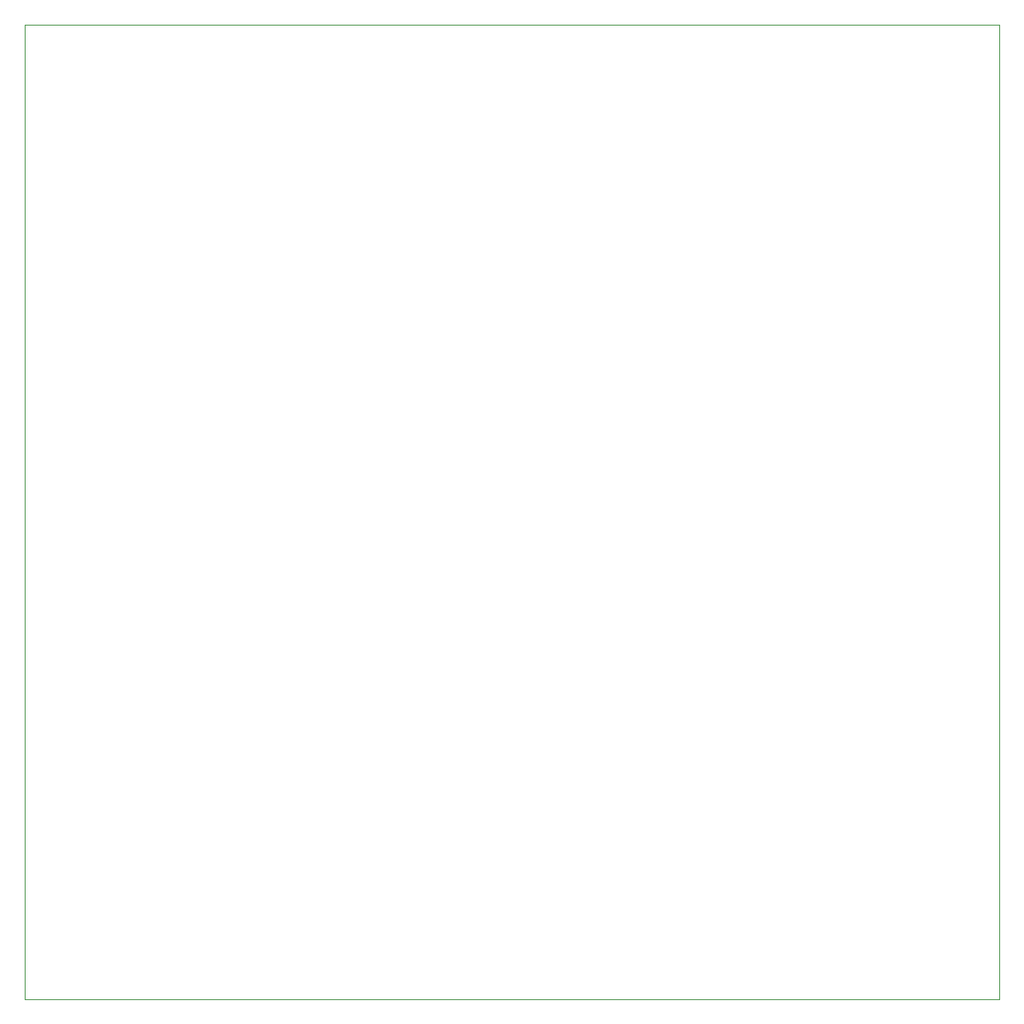
<source format=gbr>
%TF.GenerationSoftware,KiCad,Pcbnew,(6.0.10)*%
%TF.CreationDate,2023-03-08T17:02:45-06:00*%
%TF.ProjectId,445,3434352e-6b69-4636-9164-5f7063625858,rev?*%
%TF.SameCoordinates,Original*%
%TF.FileFunction,Profile,NP*%
%FSLAX46Y46*%
G04 Gerber Fmt 4.6, Leading zero omitted, Abs format (unit mm)*
G04 Created by KiCad (PCBNEW (6.0.10)) date 2023-03-08 17:02:45*
%MOMM*%
%LPD*%
G01*
G04 APERTURE LIST*
%TA.AperFunction,Profile*%
%ADD10C,0.050000*%
%TD*%
G04 APERTURE END LIST*
D10*
X115443000Y-40005000D02*
X215519000Y-40005000D01*
X215519000Y-40005000D02*
X215519000Y-140081000D01*
X215519000Y-140081000D02*
X115443000Y-140081000D01*
X115443000Y-140081000D02*
X115443000Y-40005000D01*
M02*

</source>
